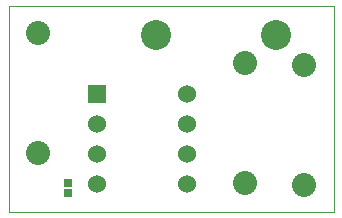
<source format=gbr>
G04 PROTEUS GERBER X2 FILE*
%TF.GenerationSoftware,Labcenter,Proteus,8.17-SP2-Build37159*%
%TF.CreationDate,2025-10-11T08:53:27+00:00*%
%TF.FileFunction,Soldermask,Top*%
%TF.FilePolarity,Negative*%
%TF.Part,Single*%
%TF.SameCoordinates,{a55e4d6c-05e1-4aca-87d3-cb5da3fea1e9}*%
%FSLAX45Y45*%
%MOMM*%
G01*
%AMPPAD008*
4,1,36,
0.762000,0.635000,
0.762000,-0.635000,
0.759420,-0.660590,
0.752020,-0.684430,
0.740310,-0.706000,
0.724800,-0.724800,
0.706000,-0.740310,
0.684430,-0.752020,
0.660590,-0.759420,
0.635000,-0.762000,
-0.635000,-0.762000,
-0.660590,-0.759420,
-0.684430,-0.752020,
-0.706000,-0.740310,
-0.724800,-0.724800,
-0.740310,-0.706000,
-0.752020,-0.684430,
-0.759420,-0.660590,
-0.762000,-0.635000,
-0.762000,0.635000,
-0.759420,0.660590,
-0.752020,0.684430,
-0.740310,0.706000,
-0.724800,0.724800,
-0.706000,0.740310,
-0.684430,0.752020,
-0.660590,0.759420,
-0.635000,0.762000,
0.635000,0.762000,
0.660590,0.759420,
0.684430,0.752020,
0.706000,0.740310,
0.724800,0.724800,
0.740310,0.706000,
0.752020,0.684430,
0.759420,0.660590,
0.762000,0.635000,
0*%
%TA.AperFunction,Material*%
%ADD18PPAD008*%
%ADD19C,1.524000*%
%AMPPAD010*
4,1,4,
-0.304800,0.304800,
0.304800,0.304800,
0.304800,-0.304800,
-0.304800,-0.304800,
-0.304800,0.304800,
0*%
%TA.AperFunction,Material*%
%ADD70PPAD010*%
%ADD71C,2.540000*%
%ADD20C,2.032000*%
%TA.AperFunction,Profile*%
%ADD16C,0.101600*%
%TD.AperFunction*%
D18*
X-2000000Y+1000000D03*
D19*
X-2000000Y+746000D03*
X-2000000Y+492000D03*
X-2000000Y+238000D03*
X-1238000Y+238000D03*
X-1238000Y+492000D03*
X-1238000Y+746000D03*
X-1238000Y+1000000D03*
D70*
X-2250000Y+250000D03*
X-2250000Y+160000D03*
D71*
X-1500000Y+1500000D03*
X-484000Y+1500000D03*
D20*
X-750000Y+250000D03*
X-750000Y+1266000D03*
X-2500000Y+500000D03*
X-2500000Y+1516000D03*
X-250000Y+234000D03*
X-250000Y+1250000D03*
D16*
X-2750000Y+0D02*
X+0Y+0D01*
X+0Y+1750000D01*
X-2750000Y+1750000D01*
X-2750000Y+0D01*
M02*

</source>
